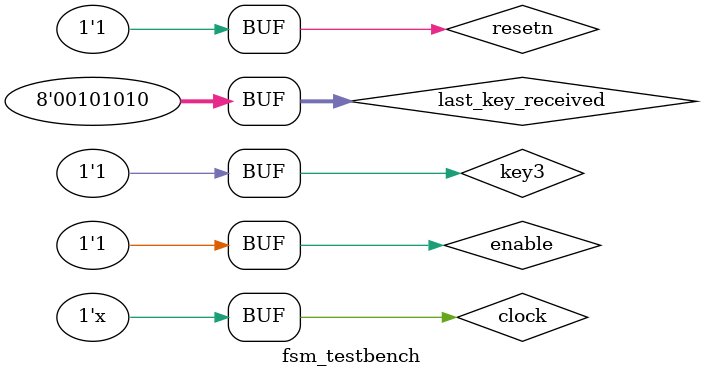
<source format=v>
`timescale 1ns / 1ps

module fsm_testbench ();

    parameter CLOCK_PERIOD = 20;

    reg clock;
    reg resetn;
    reg enable;
    reg key3;
    wire f_greeting, f_playing, f_game_over;
    wire [11:0] data;
    wire [14:0] addr;
    wire wren;
    wire [11:0] q;
    wire [7:0] VGA_X;
    wire [6:0] VGA_Y;
    wire [11:0] VGA_COLOR;
    reg [7:0] last_key_received;

    // Clock generation
    initial begin
        clock <= 1'b0;
    end
    always @ (*) begin
        #((CLOCK_PERIOD) / 2) clock <= ~clock;
    end

    // Instantiate game_state_control module
    // module fsm_game_state(clock, resetn, enable, data, addr, wren, q, VGA_X, VGA_Y, VGA_COLOR, last_key_received);

    fsm_game_state UUT (
        .clock(clock),
        .resetn(resetn),
        .enable(enable),
        .data(data),
        .addr(addr),
        .wren(wren),
        .q(q),
        .VGA_X(VGA_X),
        .VGA_Y(VGA_Y),
        .VGA_COLOR(VGA_COLOR),
        .last_key_received(last_key_received)
    );

    canvas canvas_inst(
        .address(addr),
        .clock(clock),
        .data(data),
        .wren(wren),
        .q(q)
    );

    // Test stimulus
    initial begin
        // Initialize signals
        resetn = 1'b0;
        enable = 1'b0;
        key3 = 1'b1;
        last_key_received = 8'h00;
        
        // Apply reset
        #20 resetn = 1'b1; // Release reset
        
        // Enable FSM
        #20 enable = 1'b1;
        
        // Test GREETING state transition
        #40 key3 = 1'b0; // Simulate key press to progress from GREETING to PLAYING
        #20 key3 = 1'b1;
        
    end

    initial begin
        #10200 last_key_received = 8'h29;
        #100 last_key_received = 8'h2a;
    end

endmodule

</source>
